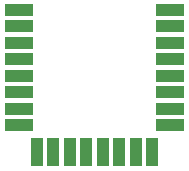
<source format=gbr>
%TF.GenerationSoftware,KiCad,Pcbnew,8.0.8*%
%TF.CreationDate,2025-06-20T17:29:20+09:00*%
%TF.ProjectId,2ndfloor_pole,326e6466-6c6f-46f7-925f-706f6c652e6b,rev?*%
%TF.SameCoordinates,Original*%
%TF.FileFunction,Paste,Top*%
%TF.FilePolarity,Positive*%
%FSLAX46Y46*%
G04 Gerber Fmt 4.6, Leading zero omitted, Abs format (unit mm)*
G04 Created by KiCad (PCBNEW 8.0.8) date 2025-06-20 17:29:20*
%MOMM*%
%LPD*%
G01*
G04 APERTURE LIST*
%ADD10R,2.450000X1.000000*%
%ADD11R,1.000000X2.450000*%
G04 APERTURE END LIST*
D10*
%TO.C,U1*%
X92719313Y-59231387D03*
X92719313Y-60631387D03*
X92719313Y-62031387D03*
X92719313Y-63431387D03*
X92719313Y-64831387D03*
X92719313Y-66231387D03*
X92719313Y-67631387D03*
X92719313Y-69031387D03*
D11*
X94219313Y-71326387D03*
X95619313Y-71326387D03*
X97019313Y-71326387D03*
X98419313Y-71326387D03*
X99819313Y-71326387D03*
X101219313Y-71326387D03*
X102619313Y-71326387D03*
X104019313Y-71326387D03*
D10*
X105519313Y-69031387D03*
X105519313Y-67631387D03*
X105519313Y-66231387D03*
X105519313Y-64831387D03*
X105519313Y-63431387D03*
X105519313Y-62031387D03*
X105519313Y-60631387D03*
X105519313Y-59231387D03*
%TD*%
M02*

</source>
